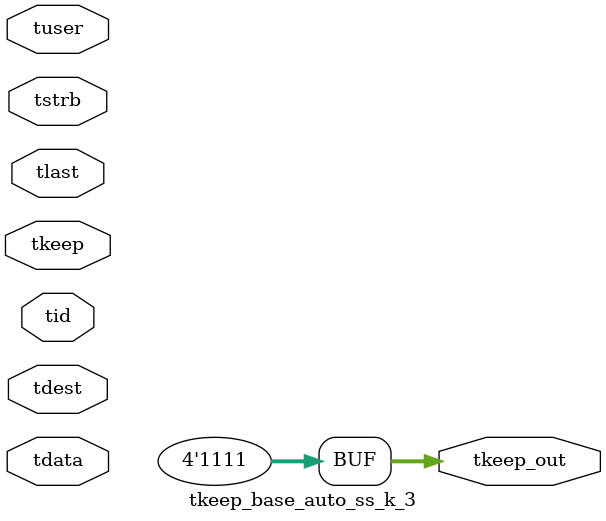
<source format=v>


`timescale 1ps/1ps

module tkeep_base_auto_ss_k_3 #
(
parameter C_S_AXIS_TDATA_WIDTH = 32,
parameter C_S_AXIS_TUSER_WIDTH = 0,
parameter C_S_AXIS_TID_WIDTH   = 0,
parameter C_S_AXIS_TDEST_WIDTH = 0,
parameter C_M_AXIS_TDATA_WIDTH = 32
)
(
input  [(C_S_AXIS_TDATA_WIDTH == 0 ? 1 : C_S_AXIS_TDATA_WIDTH)-1:0     ] tdata,
input  [(C_S_AXIS_TUSER_WIDTH == 0 ? 1 : C_S_AXIS_TUSER_WIDTH)-1:0     ] tuser,
input  [(C_S_AXIS_TID_WIDTH   == 0 ? 1 : C_S_AXIS_TID_WIDTH)-1:0       ] tid,
input  [(C_S_AXIS_TDEST_WIDTH == 0 ? 1 : C_S_AXIS_TDEST_WIDTH)-1:0     ] tdest,
input  [(C_S_AXIS_TDATA_WIDTH/8)-1:0 ] tkeep,
input  [(C_S_AXIS_TDATA_WIDTH/8)-1:0 ] tstrb,
input                                                                    tlast,
output [(C_M_AXIS_TDATA_WIDTH/8)-1:0 ] tkeep_out
);

assign tkeep_out = {4'b1111};

endmodule


</source>
